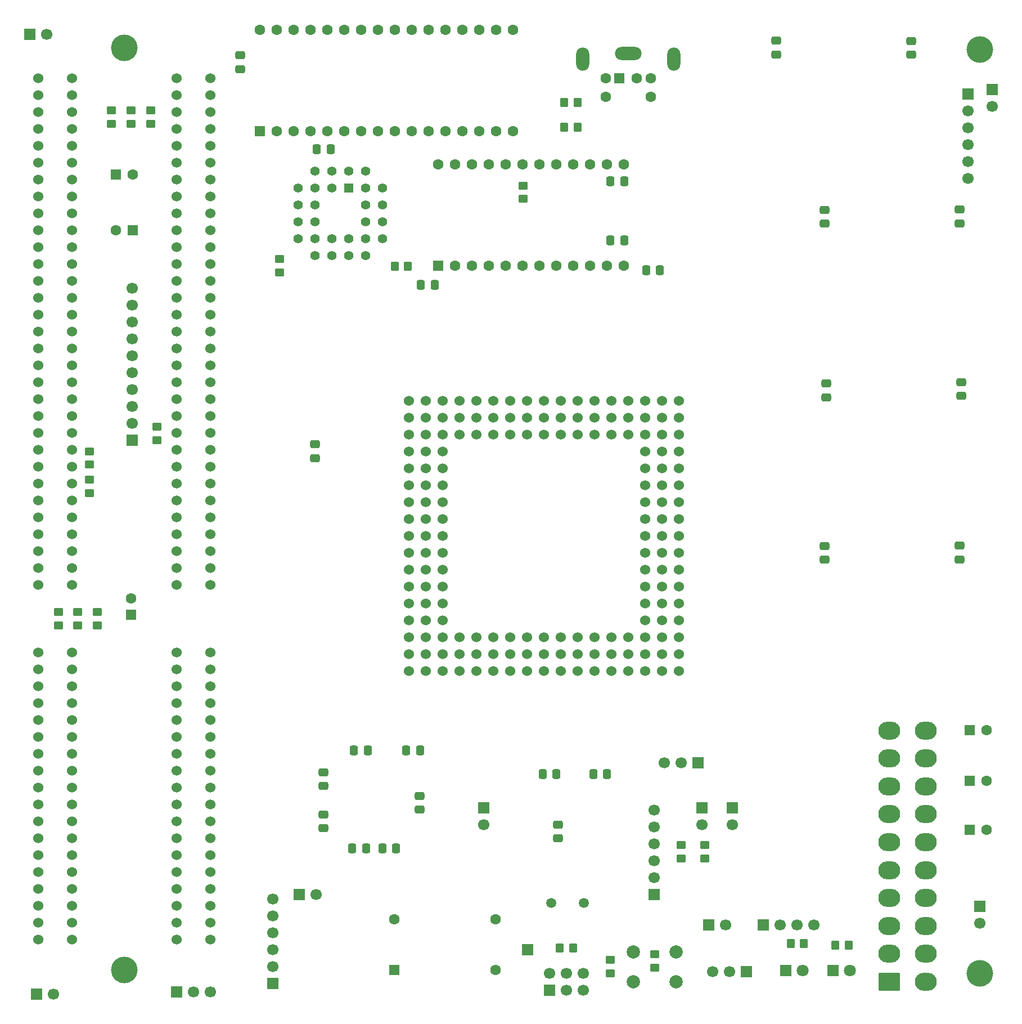
<source format=gbr>
%TF.GenerationSoftware,KiCad,Pcbnew,9.0.2+dfsg-1*%
%TF.CreationDate,2025-09-24T03:37:14+02:00*%
%TF.ProjectId,homebrew_486,686f6d65-6272-4657-975f-3438362e6b69,rev?*%
%TF.SameCoordinates,Original*%
%TF.FileFunction,Soldermask,Bot*%
%TF.FilePolarity,Negative*%
%FSLAX46Y46*%
G04 Gerber Fmt 4.6, Leading zero omitted, Abs format (unit mm)*
G04 Created by KiCad (PCBNEW 9.0.2+dfsg-1) date 2025-09-24 03:37:14*
%MOMM*%
%LPD*%
G01*
G04 APERTURE LIST*
G04 Aperture macros list*
%AMRoundRect*
0 Rectangle with rounded corners*
0 $1 Rounding radius*
0 $2 $3 $4 $5 $6 $7 $8 $9 X,Y pos of 4 corners*
0 Add a 4 corners polygon primitive as box body*
4,1,4,$2,$3,$4,$5,$6,$7,$8,$9,$2,$3,0*
0 Add four circle primitives for the rounded corners*
1,1,$1+$1,$2,$3*
1,1,$1+$1,$4,$5*
1,1,$1+$1,$6,$7*
1,1,$1+$1,$8,$9*
0 Add four rect primitives between the rounded corners*
20,1,$1+$1,$2,$3,$4,$5,0*
20,1,$1+$1,$4,$5,$6,$7,0*
20,1,$1+$1,$6,$7,$8,$9,0*
20,1,$1+$1,$8,$9,$2,$3,0*%
G04 Aperture macros list end*
%ADD10R,1.600000X1.600000*%
%ADD11C,1.600000*%
%ADD12O,2.000000X3.500000*%
%ADD13O,4.000000X2.000000*%
%ADD14C,4.000000*%
%ADD15RoundRect,0.250000X-0.550000X-0.550000X0.550000X-0.550000X0.550000X0.550000X-0.550000X0.550000X0*%
%ADD16R,1.700000X1.700000*%
%ADD17C,1.700000*%
%ADD18C,1.524000*%
%ADD19C,1.500000*%
%ADD20RoundRect,0.250000X0.550000X0.550000X-0.550000X0.550000X-0.550000X-0.550000X0.550000X-0.550000X0*%
%ADD21RoundRect,0.250001X1.399999X-1.099999X1.399999X1.099999X-1.399999X1.099999X-1.399999X-1.099999X0*%
%ADD22O,3.300000X2.700000*%
%ADD23RoundRect,0.250000X0.550000X-0.550000X0.550000X0.550000X-0.550000X0.550000X-0.550000X-0.550000X0*%
%ADD24R,1.800000X1.800000*%
%ADD25C,1.800000*%
%ADD26R,1.422400X1.422400*%
%ADD27C,1.422400*%
%ADD28C,2.000000*%
%ADD29RoundRect,0.250000X0.475000X-0.337500X0.475000X0.337500X-0.475000X0.337500X-0.475000X-0.337500X0*%
%ADD30RoundRect,0.250000X-0.450000X0.350000X-0.450000X-0.350000X0.450000X-0.350000X0.450000X0.350000X0*%
%ADD31RoundRect,0.250000X-0.350000X-0.450000X0.350000X-0.450000X0.350000X0.450000X-0.350000X0.450000X0*%
%ADD32RoundRect,0.250000X-0.337500X-0.475000X0.337500X-0.475000X0.337500X0.475000X-0.337500X0.475000X0*%
%ADD33RoundRect,0.250000X-0.475000X0.337500X-0.475000X-0.337500X0.475000X-0.337500X0.475000X0.337500X0*%
%ADD34RoundRect,0.250000X0.337500X0.475000X-0.337500X0.475000X-0.337500X-0.475000X0.337500X-0.475000X0*%
%ADD35RoundRect,0.250000X0.450000X-0.350000X0.450000X0.350000X-0.450000X0.350000X-0.450000X-0.350000X0*%
%ADD36RoundRect,0.250000X0.350000X0.450000X-0.350000X0.450000X-0.350000X-0.450000X0.350000X-0.450000X0*%
G04 APERTURE END LIST*
D10*
%TO.C,J13*%
X112873000Y-31971000D03*
D11*
X115473000Y-31971000D03*
X110773000Y-31971000D03*
X117573000Y-31971000D03*
X110773000Y-34771000D03*
X117573000Y-34771000D03*
D12*
X121023000Y-29121000D03*
D13*
X114173000Y-28321000D03*
D12*
X107323000Y-29121000D03*
%TD*%
D14*
%TO.C,H1*%
X38354000Y-27432000D03*
%TD*%
D15*
%TO.C,C1*%
X165609388Y-137668000D03*
D11*
X168109388Y-137668000D03*
%TD*%
D10*
%TO.C,Y2*%
X78994000Y-166116000D03*
D11*
X94234000Y-166116000D03*
X94234000Y-158496000D03*
X78994000Y-158496000D03*
%TD*%
D16*
%TO.C,J12*%
X64638000Y-154813000D03*
D17*
X67178000Y-154813000D03*
%TD*%
D18*
%TO.C,J2*%
X46228000Y-32004000D03*
X46228000Y-34544000D03*
X46228000Y-37084000D03*
X46228000Y-39624000D03*
X46228000Y-42164000D03*
X46228000Y-44704000D03*
X46228000Y-47244000D03*
X46228000Y-49784000D03*
X46228000Y-52324000D03*
X46228000Y-54864000D03*
X46228000Y-57404000D03*
X46228000Y-59944000D03*
X46228000Y-62484000D03*
X46228000Y-65024000D03*
X46228000Y-67564000D03*
X46228000Y-70104000D03*
X46228000Y-72644000D03*
X46228000Y-75184000D03*
X46228000Y-77724000D03*
X46228000Y-80264000D03*
X46228000Y-82804000D03*
X46228000Y-85344000D03*
X46228000Y-87884000D03*
X46228000Y-90424000D03*
X46228000Y-92964000D03*
X46228000Y-95504000D03*
X46228000Y-98044000D03*
X46228000Y-100584000D03*
X46228000Y-103124000D03*
X46228000Y-105664000D03*
X46228000Y-108204000D03*
X51308000Y-32004000D03*
X51308000Y-34544000D03*
X51308000Y-37084000D03*
X51308000Y-39624000D03*
X51308000Y-42164000D03*
X51308000Y-44704000D03*
X51308000Y-47244000D03*
X51308000Y-49784000D03*
X51308000Y-52324000D03*
X51308000Y-54864000D03*
X51308000Y-57404000D03*
X51308000Y-59944000D03*
X51308000Y-62484000D03*
X51308000Y-65024000D03*
X51308000Y-67564000D03*
X51308000Y-70104000D03*
X51308000Y-72644000D03*
X51308000Y-75184000D03*
X51308000Y-77724000D03*
X51308000Y-80264000D03*
X51308000Y-82804000D03*
X51308000Y-85344000D03*
X51308000Y-87884000D03*
X51308000Y-90424000D03*
X51308000Y-92964000D03*
X51308000Y-95504000D03*
X51308000Y-98044000D03*
X51308000Y-100584000D03*
X51308000Y-103124000D03*
X51308000Y-105664000D03*
X51308000Y-108204000D03*
X46228000Y-118364000D03*
X46228000Y-120904000D03*
X46228000Y-123444000D03*
X46228000Y-125984000D03*
X46228000Y-128524000D03*
X46228000Y-131064000D03*
X46228000Y-133604000D03*
X46228000Y-136144000D03*
X46228000Y-138684000D03*
X46228000Y-141224000D03*
X46228000Y-143764000D03*
X46228000Y-146304000D03*
X46228000Y-148844000D03*
X46228000Y-151384000D03*
X46228000Y-153924000D03*
X46228000Y-156464000D03*
X46228000Y-159004000D03*
X46228000Y-161544000D03*
X51308000Y-118364000D03*
X51308000Y-120904000D03*
X51308000Y-123444000D03*
X51308000Y-125984000D03*
X51308000Y-128524000D03*
X51308000Y-131064000D03*
X51308000Y-133604000D03*
X51308000Y-136144000D03*
X51308000Y-138684000D03*
X51308000Y-141224000D03*
X51308000Y-143764000D03*
X51308000Y-146304000D03*
X51308000Y-148844000D03*
X51308000Y-151384000D03*
X51308000Y-153924000D03*
X51308000Y-156464000D03*
X51308000Y-159004000D03*
X51308000Y-161544000D03*
%TD*%
D16*
%TO.C,J15*%
X134493000Y-159321500D03*
D17*
X137033000Y-159321500D03*
X139573000Y-159321500D03*
X142113000Y-159321500D03*
%TD*%
D14*
%TO.C,H2*%
X38354000Y-166116000D03*
%TD*%
D16*
%TO.C,J11*%
X99060000Y-163068000D03*
%TD*%
%TO.C,J17*%
X165354000Y-34417000D03*
D17*
X165354000Y-36957000D03*
X165354000Y-39497000D03*
X165354000Y-42037000D03*
X165354000Y-44577000D03*
X165354000Y-47117000D03*
%TD*%
D19*
%TO.C,Y3*%
X107505500Y-156019500D03*
X102625500Y-156019500D03*
%TD*%
D16*
%TO.C,J21*%
X167132000Y-156591000D03*
D17*
X167132000Y-159131000D03*
%TD*%
D16*
%TO.C,J6*%
X92456000Y-141727000D03*
D17*
X92456000Y-144267000D03*
%TD*%
D16*
%TO.C,J9*%
X124714000Y-134937500D03*
D17*
X122174000Y-134937500D03*
X119634000Y-134937500D03*
%TD*%
D16*
%TO.C,J10*%
X39497000Y-86487000D03*
D17*
X39497000Y-83947000D03*
X39497000Y-81407000D03*
X39497000Y-78867000D03*
X39497000Y-76327000D03*
X39497000Y-73787000D03*
X39497000Y-71247000D03*
X39497000Y-68707000D03*
X39497000Y-66167000D03*
X39497000Y-63627000D03*
%TD*%
D20*
%TO.C,C37*%
X39559113Y-54864000D03*
D11*
X37059113Y-54864000D03*
%TD*%
D16*
%TO.C,J22*%
X25146000Y-169735500D03*
D17*
X27686000Y-169735500D03*
%TD*%
D15*
%TO.C,C2*%
X165608000Y-130048000D03*
D11*
X168108000Y-130048000D03*
%TD*%
D16*
%TO.C,J16*%
X46164500Y-169418000D03*
D17*
X48704500Y-169418000D03*
X51244500Y-169418000D03*
%TD*%
D16*
%TO.C,J8*%
X129830000Y-141732000D03*
D17*
X129830000Y-144272000D03*
%TD*%
D18*
%TO.C,J1*%
X25400000Y-32004000D03*
X25400000Y-34544000D03*
X25400000Y-37084000D03*
X25400000Y-39624000D03*
X25400000Y-42164000D03*
X25400000Y-44704000D03*
X25400000Y-47244000D03*
X25400000Y-49784000D03*
X25400000Y-52324000D03*
X25400000Y-54864000D03*
X25400000Y-57404000D03*
X25400000Y-59944000D03*
X25400000Y-62484000D03*
X25400000Y-65024000D03*
X25400000Y-67564000D03*
X25400000Y-70104000D03*
X25400000Y-72644000D03*
X25400000Y-75184000D03*
X25400000Y-77724000D03*
X25400000Y-80264000D03*
X25400000Y-82804000D03*
X25400000Y-85344000D03*
X25400000Y-87884000D03*
X25400000Y-90424000D03*
X25400000Y-92964000D03*
X25400000Y-95504000D03*
X25400000Y-98044000D03*
X25400000Y-100584000D03*
X25400000Y-103124000D03*
X25400000Y-105664000D03*
X25400000Y-108204000D03*
X30480000Y-32004000D03*
X30480000Y-34544000D03*
X30480000Y-37084000D03*
X30480000Y-39624000D03*
X30480000Y-42164000D03*
X30480000Y-44704000D03*
X30480000Y-47244000D03*
X30480000Y-49784000D03*
X30480000Y-52324000D03*
X30480000Y-54864000D03*
X30480000Y-57404000D03*
X30480000Y-59944000D03*
X30480000Y-62484000D03*
X30480000Y-65024000D03*
X30480000Y-67564000D03*
X30480000Y-70104000D03*
X30480000Y-72644000D03*
X30480000Y-75184000D03*
X30480000Y-77724000D03*
X30480000Y-80264000D03*
X30480000Y-82804000D03*
X30480000Y-85344000D03*
X30480000Y-87884000D03*
X30480000Y-90424000D03*
X30480000Y-92964000D03*
X30480000Y-95504000D03*
X30480000Y-98044000D03*
X30480000Y-100584000D03*
X30480000Y-103124000D03*
X30480000Y-105664000D03*
X30480000Y-108204000D03*
X25400000Y-118364000D03*
X25400000Y-120904000D03*
X25400000Y-123444000D03*
X25400000Y-125984000D03*
X25400000Y-128524000D03*
X25400000Y-131064000D03*
X25400000Y-133604000D03*
X25400000Y-136144000D03*
X25400000Y-138684000D03*
X25400000Y-141224000D03*
X25400000Y-143764000D03*
X25400000Y-146304000D03*
X25400000Y-148844000D03*
X25400000Y-151384000D03*
X25400000Y-153924000D03*
X25400000Y-156464000D03*
X25400000Y-159004000D03*
X25400000Y-161544000D03*
X30480000Y-118364000D03*
X30480000Y-120904000D03*
X30480000Y-123444000D03*
X30480000Y-125984000D03*
X30480000Y-128524000D03*
X30480000Y-131064000D03*
X30480000Y-133604000D03*
X30480000Y-136144000D03*
X30480000Y-138684000D03*
X30480000Y-141224000D03*
X30480000Y-143764000D03*
X30480000Y-146304000D03*
X30480000Y-148844000D03*
X30480000Y-151384000D03*
X30480000Y-153924000D03*
X30480000Y-156464000D03*
X30480000Y-159004000D03*
X30480000Y-161544000D03*
%TD*%
D16*
%TO.C,J20*%
X168973500Y-33713500D03*
D17*
X168973500Y-36253500D03*
%TD*%
D16*
%TO.C,J19*%
X24130000Y-25400000D03*
D17*
X26670000Y-25400000D03*
%TD*%
D21*
%TO.C,J3*%
X153504000Y-167912000D03*
D22*
X153504000Y-163712000D03*
X153504000Y-159512000D03*
X153504000Y-155312000D03*
X153504000Y-151112000D03*
X153504000Y-146912000D03*
X153504000Y-142712000D03*
X153504000Y-138512000D03*
X153504000Y-134312000D03*
X153504000Y-130112000D03*
X159004000Y-167912000D03*
X159004000Y-163712000D03*
X159004000Y-159512000D03*
X159004000Y-155312000D03*
X159004000Y-151112000D03*
X159004000Y-146912000D03*
X159004000Y-142712000D03*
X159004000Y-138512000D03*
X159004000Y-134312000D03*
X159004000Y-130112000D03*
%TD*%
D23*
%TO.C,C36*%
X39370000Y-112736000D03*
D11*
X39370000Y-110236000D03*
%TD*%
D24*
%TO.C,D1*%
X137922000Y-166243000D03*
D25*
X140462000Y-166243000D03*
%TD*%
D26*
%TO.C,U10*%
X72136000Y-48514000D03*
D27*
X69596000Y-45974000D03*
X69596000Y-48514000D03*
X67056000Y-45974000D03*
X64516000Y-48514000D03*
X67056000Y-48514000D03*
X64516000Y-51054000D03*
X67056000Y-51054000D03*
X64516000Y-53594000D03*
X67056000Y-53594000D03*
X64516000Y-56134000D03*
X67056000Y-58674000D03*
X67056000Y-56134000D03*
X69596000Y-58674000D03*
X69596000Y-56134000D03*
X72136000Y-58674000D03*
X72136000Y-56134000D03*
X74676000Y-58674000D03*
X77216000Y-56134000D03*
X74676000Y-56134000D03*
X77216000Y-53594000D03*
X74676000Y-53594000D03*
X77216000Y-51054000D03*
X74676000Y-51054000D03*
X77216000Y-48514000D03*
X74676000Y-45974000D03*
X74676000Y-48514000D03*
X72136000Y-45974000D03*
%TD*%
D23*
%TO.C,U9*%
X85598000Y-60198000D03*
D11*
X88138000Y-60198000D03*
X90678000Y-60198000D03*
X93218000Y-60198000D03*
X95758000Y-60198000D03*
X98298000Y-60198000D03*
X100838000Y-60198000D03*
X103378000Y-60198000D03*
X105918000Y-60198000D03*
X108458000Y-60198000D03*
X110998000Y-60198000D03*
X113538000Y-60198000D03*
X113538000Y-44958000D03*
X110998000Y-44958000D03*
X108458000Y-44958000D03*
X105918000Y-44958000D03*
X103378000Y-44958000D03*
X100838000Y-44958000D03*
X98298000Y-44958000D03*
X95758000Y-44958000D03*
X93218000Y-44958000D03*
X90678000Y-44958000D03*
X88138000Y-44958000D03*
X85598000Y-44958000D03*
%TD*%
D16*
%TO.C,J18*%
X126301500Y-159321500D03*
D17*
X128841500Y-159321500D03*
%TD*%
D14*
%TO.C,H4*%
X167132000Y-166624000D03*
%TD*%
D23*
%TO.C,U21*%
X58737500Y-39941500D03*
D11*
X61277500Y-39941500D03*
X63817500Y-39941500D03*
X66357500Y-39941500D03*
X68897500Y-39941500D03*
X71437500Y-39941500D03*
X73977500Y-39941500D03*
X76517500Y-39941500D03*
X79057500Y-39941500D03*
X81597500Y-39941500D03*
X84137500Y-39941500D03*
X86677500Y-39941500D03*
X89217500Y-39941500D03*
X91757500Y-39941500D03*
X94297500Y-39941500D03*
X96837500Y-39941500D03*
X96837500Y-24701500D03*
X94297500Y-24701500D03*
X91757500Y-24701500D03*
X89217500Y-24701500D03*
X86677500Y-24701500D03*
X84137500Y-24701500D03*
X81597500Y-24701500D03*
X79057500Y-24701500D03*
X76517500Y-24701500D03*
X73977500Y-24701500D03*
X71437500Y-24701500D03*
X68897500Y-24701500D03*
X66357500Y-24701500D03*
X63817500Y-24701500D03*
X61277500Y-24701500D03*
X58737500Y-24701500D03*
%TD*%
D16*
%TO.C,J5*%
X60706000Y-168148000D03*
D17*
X60706000Y-165608000D03*
X60706000Y-163068000D03*
X60706000Y-160528000D03*
X60706000Y-157988000D03*
X60706000Y-155448000D03*
%TD*%
D24*
%TO.C,D2*%
X145034000Y-166243000D03*
D25*
X147574000Y-166243000D03*
%TD*%
D15*
%TO.C,C38*%
X37059113Y-46482000D03*
D11*
X39559113Y-46482000D03*
%TD*%
D14*
%TO.C,H3*%
X167132000Y-27686000D03*
%TD*%
D18*
%TO.C,U1*%
X121778500Y-80518000D03*
X121778500Y-83058000D03*
X121778500Y-85598000D03*
X121778500Y-88138000D03*
X121778500Y-90678000D03*
X121778500Y-93218000D03*
X121778500Y-95758000D03*
X121778500Y-98298000D03*
X121778500Y-100838000D03*
X121778500Y-103378000D03*
X121778500Y-105918000D03*
X121778500Y-108458000D03*
X121778500Y-110998000D03*
X121778500Y-113538000D03*
X121778500Y-116078000D03*
X121778500Y-118618000D03*
X121778500Y-121158000D03*
X119238500Y-80518000D03*
X119238500Y-83058000D03*
X119238500Y-85598000D03*
X119238500Y-88138000D03*
X119238500Y-90678000D03*
X119238500Y-93218000D03*
X119238500Y-95758000D03*
X119238500Y-98298000D03*
X119238500Y-100838000D03*
X119238500Y-103378000D03*
X119238500Y-105918000D03*
X119238500Y-108458000D03*
X119238500Y-110998000D03*
X119238500Y-113538000D03*
X119238500Y-116078000D03*
X119238500Y-118618000D03*
X119238500Y-121158000D03*
X116698500Y-80518000D03*
X116698500Y-83058000D03*
X116698500Y-85598000D03*
X116698500Y-88138000D03*
X116698500Y-90678000D03*
X116698500Y-93218000D03*
X116698500Y-95758000D03*
X116698500Y-98298000D03*
X116698500Y-100838000D03*
X116698500Y-103378000D03*
X116698500Y-105918000D03*
X116698500Y-108458000D03*
X116698500Y-110998000D03*
X116698500Y-113538000D03*
X116698500Y-116078000D03*
X116698500Y-118618000D03*
X116698500Y-121158000D03*
X114158500Y-80518000D03*
X114158500Y-83058000D03*
X114158500Y-85598000D03*
X114158500Y-116078000D03*
X114158500Y-118618000D03*
X114158500Y-121158000D03*
X111618500Y-80518000D03*
X111618500Y-83058000D03*
X111618500Y-85598000D03*
X111618500Y-116078000D03*
X111618500Y-118618000D03*
X111618500Y-121158000D03*
X109078500Y-80518000D03*
X109078500Y-83058000D03*
X109078500Y-85598000D03*
X109078500Y-116078000D03*
X109078500Y-118618000D03*
X109078500Y-121158000D03*
X106538500Y-80518000D03*
X106538500Y-83058000D03*
X106538500Y-85598000D03*
X106538500Y-116078000D03*
X106538500Y-118618000D03*
X106538500Y-121158000D03*
X103998500Y-80518000D03*
X103998500Y-83058000D03*
X103998500Y-85598000D03*
X103998500Y-116078000D03*
X103998500Y-118618000D03*
X103998500Y-121158000D03*
X101458500Y-80518000D03*
X101458500Y-83058000D03*
X101458500Y-85598000D03*
X101458500Y-116078000D03*
X101458500Y-118618000D03*
X101458500Y-121158000D03*
X98918500Y-80518000D03*
X98918500Y-83058000D03*
X98918500Y-85598000D03*
X98918500Y-116078000D03*
X98918500Y-118618000D03*
X98918500Y-121158000D03*
X96378500Y-80518000D03*
X96378500Y-83058000D03*
X96378500Y-85598000D03*
X96378500Y-116078000D03*
X96378500Y-118618000D03*
X96378500Y-121158000D03*
X93838500Y-80518000D03*
X93838500Y-83058000D03*
X93838500Y-85598000D03*
X93838500Y-116078000D03*
X93838500Y-118618000D03*
X93838500Y-121158000D03*
X91298500Y-80518000D03*
X91298500Y-83058000D03*
X91298500Y-85598000D03*
X91298500Y-116078000D03*
X91298500Y-118618000D03*
X91298500Y-121158000D03*
X88758500Y-80518000D03*
X88758500Y-83058000D03*
X88758500Y-85598000D03*
X88758500Y-116078000D03*
X88758500Y-118618000D03*
X88758500Y-121158000D03*
X86218500Y-80518000D03*
X86218500Y-83058000D03*
X86218500Y-85598000D03*
X86218500Y-88138000D03*
X86218500Y-90678000D03*
X86218500Y-93218000D03*
X86218500Y-95758000D03*
X86218500Y-98298000D03*
X86218500Y-100838000D03*
X86218500Y-103378000D03*
X86218500Y-105918000D03*
X86218500Y-108458000D03*
X86218500Y-110998000D03*
X86218500Y-113538000D03*
X86218500Y-116078000D03*
X86218500Y-118618000D03*
X86218500Y-121158000D03*
X83678500Y-80518000D03*
X83678500Y-83058000D03*
X83678500Y-85598000D03*
X83678500Y-88138000D03*
X83678500Y-90678000D03*
X83678500Y-93218000D03*
X83678500Y-95758000D03*
X83678500Y-98298000D03*
X83678500Y-100838000D03*
X83678500Y-103378000D03*
X83678500Y-105918000D03*
X83678500Y-108458000D03*
X83678500Y-110998000D03*
X83678500Y-113538000D03*
X83678500Y-116078000D03*
X83678500Y-118618000D03*
X83678500Y-121158000D03*
X81138500Y-80518000D03*
X81138500Y-83058000D03*
X81138500Y-85598000D03*
X81138500Y-88138000D03*
X81138500Y-90678000D03*
X81138500Y-93218000D03*
X81138500Y-95758000D03*
X81138500Y-98298000D03*
X81138500Y-100838000D03*
X81138500Y-103378000D03*
X81138500Y-105918000D03*
X81138500Y-108458000D03*
X81138500Y-110998000D03*
X81138500Y-113538000D03*
X81138500Y-116078000D03*
X81138500Y-118618000D03*
X81138500Y-121158000D03*
%TD*%
D15*
%TO.C,C39*%
X165609388Y-145034000D03*
D11*
X168109388Y-145034000D03*
%TD*%
D16*
%TO.C,J4*%
X102362000Y-169164000D03*
D17*
X102362000Y-166624000D03*
X104902000Y-169164000D03*
X104902000Y-166624000D03*
X107442000Y-169164000D03*
X107442000Y-166624000D03*
%TD*%
D16*
%TO.C,J14*%
X118110000Y-154749500D03*
D17*
X118110000Y-152209500D03*
X118110000Y-149669500D03*
X118110000Y-147129500D03*
X118110000Y-144589500D03*
X118110000Y-142049500D03*
%TD*%
D28*
%TO.C,SW2*%
X114912000Y-163394000D03*
X121412000Y-163394000D03*
X114912000Y-167894000D03*
X121412000Y-167894000D03*
%TD*%
D16*
%TO.C,SW1*%
X131953000Y-166370000D03*
D17*
X129413000Y-166370000D03*
X126873000Y-166370000D03*
%TD*%
D16*
%TO.C,J7*%
X125240000Y-141732000D03*
D17*
X125240000Y-144272000D03*
%TD*%
D29*
%TO.C,C11*%
X68326000Y-144801500D03*
X68326000Y-142726500D03*
%TD*%
D30*
%TO.C,R12*%
X122174000Y-147320000D03*
X122174000Y-149320000D03*
%TD*%
D29*
%TO.C,C7*%
X103632000Y-146347000D03*
X103632000Y-144272000D03*
%TD*%
D31*
%TO.C,R28*%
X104553000Y-35687000D03*
X106553000Y-35687000D03*
%TD*%
D29*
%TO.C,C31*%
X55753000Y-30628500D03*
X55753000Y-28553500D03*
%TD*%
D30*
%TO.C,R13*%
X111506000Y-164608000D03*
X111506000Y-166608000D03*
%TD*%
%TO.C,R23*%
X28390000Y-112300000D03*
X28390000Y-114300000D03*
%TD*%
D32*
%TO.C,C10*%
X72644000Y-147828000D03*
X74719000Y-147828000D03*
%TD*%
D30*
%TO.C,R24*%
X31340000Y-112300000D03*
X31340000Y-114300000D03*
%TD*%
%TO.C,R18*%
X42320000Y-36862000D03*
X42320000Y-38862000D03*
%TD*%
D32*
%TO.C,C16*%
X80772000Y-133096000D03*
X82847000Y-133096000D03*
%TD*%
D30*
%TO.C,R26*%
X61722000Y-59182000D03*
X61722000Y-61182000D03*
%TD*%
%TO.C,R16*%
X36420000Y-36862000D03*
X36420000Y-38862000D03*
%TD*%
D29*
%TO.C,C29*%
X143764000Y-53891000D03*
X143764000Y-51816000D03*
%TD*%
D31*
%TO.C,R9*%
X103886000Y-162814000D03*
X105886000Y-162814000D03*
%TD*%
D29*
%TO.C,C25*%
X164084000Y-104394000D03*
X164084000Y-102319000D03*
%TD*%
D32*
%TO.C,C32*%
X67288500Y-42672000D03*
X69363500Y-42672000D03*
%TD*%
D33*
%TO.C,C42*%
X67064000Y-87079000D03*
X67064000Y-89154000D03*
%TD*%
D34*
%TO.C,C35*%
X113559500Y-56388000D03*
X111484500Y-56388000D03*
%TD*%
%TO.C,C40*%
X118957000Y-60896500D03*
X116882000Y-60896500D03*
%TD*%
D30*
%TO.C,R17*%
X39370000Y-36862000D03*
X39370000Y-38862000D03*
%TD*%
D32*
%TO.C,C41*%
X82973000Y-63119000D03*
X85048000Y-63119000D03*
%TD*%
D31*
%TO.C,R22*%
X79010000Y-60261500D03*
X81010000Y-60261500D03*
%TD*%
D30*
%TO.C,R25*%
X34290000Y-112300000D03*
X34290000Y-114300000D03*
%TD*%
D29*
%TO.C,C27*%
X164084000Y-53848000D03*
X164084000Y-51773000D03*
%TD*%
D30*
%TO.C,R11*%
X125730000Y-147320000D03*
X125730000Y-149320000D03*
%TD*%
D29*
%TO.C,C26*%
X164278000Y-79777500D03*
X164278000Y-77702500D03*
%TD*%
D32*
%TO.C,C12*%
X72898000Y-133096000D03*
X74973000Y-133096000D03*
%TD*%
D35*
%TO.C,R21*%
X33083500Y-94392500D03*
X33083500Y-92392500D03*
%TD*%
D29*
%TO.C,C24*%
X144018000Y-80010000D03*
X144018000Y-77935000D03*
%TD*%
D30*
%TO.C,R10*%
X98361500Y-48149000D03*
X98361500Y-50149000D03*
%TD*%
%TO.C,R19*%
X43243500Y-84455000D03*
X43243500Y-86455000D03*
%TD*%
D29*
%TO.C,C30*%
X136452000Y-28448000D03*
X136452000Y-26373000D03*
%TD*%
D30*
%TO.C,R29*%
X118162000Y-163782500D03*
X118162000Y-165782500D03*
%TD*%
D33*
%TO.C,C15*%
X82804000Y-139954000D03*
X82804000Y-142029000D03*
%TD*%
D34*
%TO.C,C13*%
X79248000Y-147828000D03*
X77173000Y-147828000D03*
%TD*%
D29*
%TO.C,C28*%
X156772000Y-28491000D03*
X156772000Y-26416000D03*
%TD*%
D33*
%TO.C,C14*%
X68326000Y-136376500D03*
X68326000Y-138451500D03*
%TD*%
D29*
%TO.C,C23*%
X143764000Y-104415500D03*
X143764000Y-102340500D03*
%TD*%
D35*
%TO.C,R20*%
X33083500Y-90106500D03*
X33083500Y-88106500D03*
%TD*%
D32*
%TO.C,C34*%
X111484500Y-47498000D03*
X113559500Y-47498000D03*
%TD*%
D34*
%TO.C,C8*%
X103378000Y-136652000D03*
X101303000Y-136652000D03*
%TD*%
D32*
%TO.C,C9*%
X108923000Y-136652000D03*
X110998000Y-136652000D03*
%TD*%
D31*
%TO.C,R15*%
X145367500Y-162433000D03*
X147367500Y-162433000D03*
%TD*%
D36*
%TO.C,R27*%
X106553000Y-39370000D03*
X104553000Y-39370000D03*
%TD*%
D31*
%TO.C,R14*%
X138636500Y-162115500D03*
X140636500Y-162115500D03*
%TD*%
M02*

</source>
